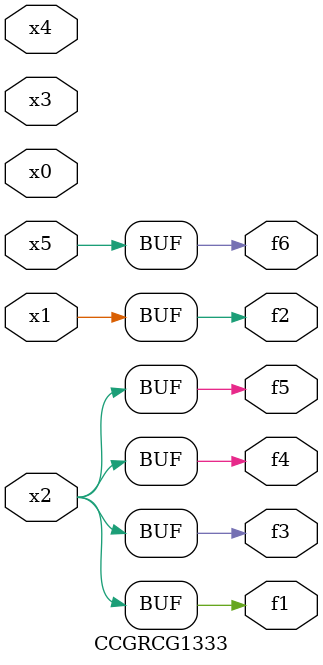
<source format=v>
module CCGRCG1333(
	input x0, x1, x2, x3, x4, x5,
	output f1, f2, f3, f4, f5, f6
);
	assign f1 = x2;
	assign f2 = x1;
	assign f3 = x2;
	assign f4 = x2;
	assign f5 = x2;
	assign f6 = x5;
endmodule

</source>
